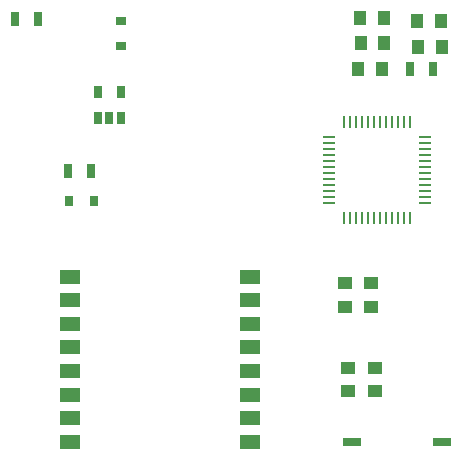
<source format=gtp>
G04 #@! TF.GenerationSoftware,KiCad,Pcbnew,5.1.7-a382d34a8~88~ubuntu18.04.1*
G04 #@! TF.CreationDate,2021-11-19T23:21:26+05:30*
G04 #@! TF.ProjectId,FrontEnd_HeavyDevice_v2,46726f6e-7445-46e6-945f-486561767944,rev?*
G04 #@! TF.SameCoordinates,Original*
G04 #@! TF.FileFunction,Paste,Top*
G04 #@! TF.FilePolarity,Positive*
%FSLAX46Y46*%
G04 Gerber Fmt 4.6, Leading zero omitted, Abs format (unit mm)*
G04 Created by KiCad (PCBNEW 5.1.7-a382d34a8~88~ubuntu18.04.1) date 2021-11-19 23:21:26*
%MOMM*%
%LPD*%
G01*
G04 APERTURE LIST*
%ADD10R,1.000000X0.230000*%
%ADD11R,0.230000X1.000000*%
%ADD12R,1.000000X1.250000*%
%ADD13R,1.250000X1.000000*%
%ADD14R,0.800000X0.900000*%
%ADD15R,0.900000X0.800000*%
%ADD16R,0.700000X1.300000*%
%ADD17R,1.600000X0.760000*%
%ADD18R,0.650000X1.060000*%
%ADD19R,1.700000X1.200000*%
G04 APERTURE END LIST*
D10*
X132304000Y-96530200D03*
D11*
X131034000Y-90180200D03*
X130526000Y-90180200D03*
X130018000Y-90180200D03*
X129510000Y-90180200D03*
X129002000Y-90180200D03*
X128494000Y-90180200D03*
X127986000Y-90180200D03*
X127478000Y-90180200D03*
X126970000Y-90180200D03*
X126462000Y-90180200D03*
X125954000Y-90180200D03*
X125446000Y-90180200D03*
D10*
X124176000Y-91450200D03*
X124176000Y-91958200D03*
X124176000Y-92974200D03*
X124176000Y-93482200D03*
X124176000Y-93990200D03*
X124176000Y-94498200D03*
X124176000Y-95006200D03*
X124176000Y-95514200D03*
X124176000Y-96022200D03*
X124176000Y-96530200D03*
X124176000Y-97038200D03*
D11*
X125954000Y-98308200D03*
X126462000Y-98308200D03*
X126970000Y-98308200D03*
X127478000Y-98308200D03*
X127986000Y-98308200D03*
X128494000Y-98308200D03*
X129002000Y-98308200D03*
X129510000Y-98308200D03*
X130018000Y-98308200D03*
X130526000Y-98308200D03*
X131034000Y-98308200D03*
D10*
X132304000Y-97038200D03*
X132304000Y-96022200D03*
X132304000Y-95514200D03*
X132304000Y-95006200D03*
X132304000Y-94498200D03*
X132304000Y-93990200D03*
X132304000Y-93482200D03*
X132304000Y-92974200D03*
X132304000Y-92466200D03*
X132304000Y-91958200D03*
X132304000Y-91450200D03*
D11*
X125446000Y-98308200D03*
D10*
X124176000Y-92466200D03*
D12*
X126831000Y-81400000D03*
X128831000Y-81400000D03*
X131768000Y-83800000D03*
X133768000Y-83800000D03*
X128698000Y-85732600D03*
X126698000Y-85732600D03*
D13*
X127775000Y-103859000D03*
X127775000Y-105859000D03*
X128074000Y-112991000D03*
X128074000Y-110991000D03*
X125565000Y-103816000D03*
X125565000Y-105816000D03*
X125832000Y-110991000D03*
X125832000Y-112991000D03*
D12*
X128900000Y-83500000D03*
X126900000Y-83500000D03*
X133664000Y-81600000D03*
X131664000Y-81600000D03*
D14*
X102209000Y-96875600D03*
X104309000Y-96875600D03*
D15*
X106600000Y-83777800D03*
X106600000Y-81677800D03*
D16*
X104033000Y-94358500D03*
X102133000Y-94358500D03*
X131089000Y-85737700D03*
X132989000Y-85737700D03*
X97630000Y-81500000D03*
X99530000Y-81500000D03*
D17*
X133764000Y-117282000D03*
X126144000Y-117282000D03*
D18*
X104653000Y-87652700D03*
X106553000Y-87652700D03*
X106553000Y-89852700D03*
X105603000Y-89852700D03*
X104653000Y-89852700D03*
D19*
X102255000Y-103279000D03*
X102255000Y-105279000D03*
X102255000Y-107279000D03*
X102255000Y-109279000D03*
X102255000Y-111279000D03*
X102255000Y-113279000D03*
X102255000Y-115279000D03*
X102255000Y-117279000D03*
X117485000Y-117279000D03*
X117485000Y-115279000D03*
X117485000Y-113279000D03*
X117485000Y-111279000D03*
X117485000Y-109279000D03*
X117485000Y-107279000D03*
X117485000Y-105279000D03*
X117485000Y-103279000D03*
M02*

</source>
